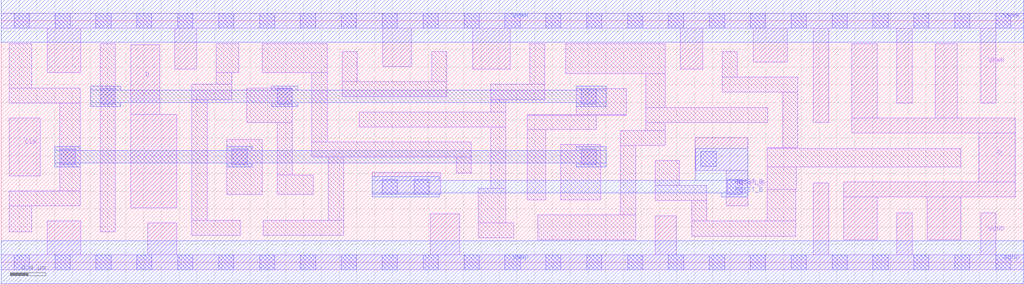
<source format=lef>
# Copyright 2020 The SkyWater PDK Authors
#
# Licensed under the Apache License, Version 2.0 (the "License");
# you may not use this file except in compliance with the License.
# You may obtain a copy of the License at
#
#     https://www.apache.org/licenses/LICENSE-2.0
#
# Unless required by applicable law or agreed to in writing, software
# distributed under the License is distributed on an "AS IS" BASIS,
# WITHOUT WARRANTIES OR CONDITIONS OF ANY KIND, either express or implied.
# See the License for the specific language governing permissions and
# limitations under the License.
#
# SPDX-License-Identifier: Apache-2.0

VERSION 5.7 ;
  NAMESCASESENSITIVE ON ;
  NOWIREEXTENSIONATPIN ON ;
  DIVIDERCHAR "/" ;
  BUSBITCHARS "[]" ;
UNITS
  DATABASE MICRONS 200 ;
END UNITS
PROPERTYDEFINITIONS
  MACRO maskLayoutSubType STRING ;
  MACRO prCellType STRING ;
  MACRO originalViewName STRING ;
END PROPERTYDEFINITIONS
MACRO sky130_fd_sc_hdll__dfrtp_4
  CLASS CORE ;
  FOREIGN sky130_fd_sc_hdll__dfrtp_4 ;
  ORIGIN  0.000000  0.000000 ;
  SIZE  11.50000 BY  2.720000 ;
  SYMMETRY X Y R90 ;
  SITE unithd ;
  PIN CLK
    ANTENNAGATEAREA  0.178200 ;
    DIRECTION INPUT ;
    USE SIGNAL ;
    PORT
      LAYER li1 ;
        RECT 0.090000 0.975000 0.440000 1.625000 ;
    END
  END CLK
  PIN D
    ANTENNAGATEAREA  0.138600 ;
    DIRECTION INPUT ;
    USE SIGNAL ;
    PORT
      LAYER li1 ;
        RECT 1.455000 0.615000 1.975000 1.665000 ;
        RECT 1.455000 1.665000 1.780000 2.450000 ;
    END
  END D
  PIN Q
    ANTENNADIFFAREA  0.996000 ;
    DIRECTION OUTPUT ;
    USE SIGNAL ;
    PORT
      LAYER li1 ;
        RECT  9.475000 0.255000  9.855000 0.735000 ;
        RECT  9.475000 0.735000 11.405000 0.905000 ;
        RECT  9.565000 1.455000 11.405000 1.625000 ;
        RECT  9.565000 1.625000  9.855000 2.465000 ;
        RECT 10.415000 0.255000 10.795000 0.735000 ;
        RECT 10.505000 1.625000 10.755000 2.465000 ;
        RECT 10.995000 0.905000 11.405000 1.455000 ;
    END
  END Q
  PIN RESET_B
    ANTENNAGATEAREA  0.277200 ;
    DIRECTION INPUT ;
    USE SIGNAL ;
    PORT
      LAYER li1 ;
        RECT 4.175000 0.765000 4.945000 1.015000 ;
        RECT 7.805000 1.035000 8.395000 1.405000 ;
        RECT 8.155000 0.635000 8.395000 1.035000 ;
      LAYER mcon ;
        RECT 4.285000 0.765000 4.455000 0.935000 ;
        RECT 4.645000 0.765000 4.815000 0.935000 ;
        RECT 7.870000 1.080000 8.040000 1.250000 ;
        RECT 8.165000 0.765000 8.335000 0.935000 ;
      LAYER met1 ;
        RECT 4.175000 0.735000 4.925000 0.780000 ;
        RECT 4.175000 0.780000 8.395000 0.920000 ;
        RECT 4.175000 0.920000 4.925000 0.965000 ;
        RECT 7.810000 0.920000 8.395000 1.280000 ;
        RECT 8.105000 0.735000 8.395000 0.780000 ;
    END
  END RESET_B
  PIN VGND
    ANTENNADIFFAREA  1.581500 ;
    DIRECTION INOUT ;
    USE SIGNAL ;
    PORT
      LAYER li1 ;
        RECT  0.000000 -0.085000 11.500000 0.085000 ;
        RECT  0.515000  0.085000  0.895000 0.465000 ;
        RECT  1.645000  0.085000  1.975000 0.445000 ;
        RECT  4.825000  0.085000  5.155000 0.545000 ;
        RECT  7.355000  0.085000  7.595000 0.525000 ;
        RECT  9.135000  0.085000  9.305000 0.895000 ;
        RECT 10.075000  0.085000 10.245000 0.555000 ;
        RECT 11.015000  0.085000 11.185000 0.555000 ;
      LAYER mcon ;
        RECT  0.145000 -0.085000  0.315000 0.085000 ;
        RECT  0.605000 -0.085000  0.775000 0.085000 ;
        RECT  1.065000 -0.085000  1.235000 0.085000 ;
        RECT  1.525000 -0.085000  1.695000 0.085000 ;
        RECT  1.985000 -0.085000  2.155000 0.085000 ;
        RECT  2.445000 -0.085000  2.615000 0.085000 ;
        RECT  2.905000 -0.085000  3.075000 0.085000 ;
        RECT  3.365000 -0.085000  3.535000 0.085000 ;
        RECT  3.825000 -0.085000  3.995000 0.085000 ;
        RECT  4.285000 -0.085000  4.455000 0.085000 ;
        RECT  4.745000 -0.085000  4.915000 0.085000 ;
        RECT  5.205000 -0.085000  5.375000 0.085000 ;
        RECT  5.665000 -0.085000  5.835000 0.085000 ;
        RECT  6.125000 -0.085000  6.295000 0.085000 ;
        RECT  6.585000 -0.085000  6.755000 0.085000 ;
        RECT  7.045000 -0.085000  7.215000 0.085000 ;
        RECT  7.505000 -0.085000  7.675000 0.085000 ;
        RECT  7.965000 -0.085000  8.135000 0.085000 ;
        RECT  8.425000 -0.085000  8.595000 0.085000 ;
        RECT  8.885000 -0.085000  9.055000 0.085000 ;
        RECT  9.345000 -0.085000  9.515000 0.085000 ;
        RECT  9.805000 -0.085000  9.975000 0.085000 ;
        RECT 10.265000 -0.085000 10.435000 0.085000 ;
        RECT 10.725000 -0.085000 10.895000 0.085000 ;
        RECT 11.185000 -0.085000 11.355000 0.085000 ;
      LAYER met1 ;
        RECT 0.000000 -0.240000 11.500000 0.240000 ;
    END
  END VGND
  PIN VPWR
    ANTENNADIFFAREA  1.881700 ;
    DIRECTION INOUT ;
    USE SIGNAL ;
    PORT
      LAYER li1 ;
        RECT  0.000000 2.635000 11.500000 2.805000 ;
        RECT  0.515000 2.135000  0.895000 2.635000 ;
        RECT  1.950000 2.175000  2.200000 2.635000 ;
        RECT  4.290000 2.205000  4.620000 2.635000 ;
        RECT  5.305000 2.175000  5.725000 2.635000 ;
        RECT  7.640000 2.175000  7.890000 2.635000 ;
        RECT  8.460000 2.255000  8.840000 2.635000 ;
        RECT  9.135000 1.575000  9.305000 2.635000 ;
        RECT 10.075000 1.795000 10.245000 2.635000 ;
        RECT 11.015000 1.795000 11.185000 2.635000 ;
      LAYER mcon ;
        RECT  0.145000 2.635000  0.315000 2.805000 ;
        RECT  0.605000 2.635000  0.775000 2.805000 ;
        RECT  1.065000 2.635000  1.235000 2.805000 ;
        RECT  1.525000 2.635000  1.695000 2.805000 ;
        RECT  1.985000 2.635000  2.155000 2.805000 ;
        RECT  2.445000 2.635000  2.615000 2.805000 ;
        RECT  2.905000 2.635000  3.075000 2.805000 ;
        RECT  3.365000 2.635000  3.535000 2.805000 ;
        RECT  3.825000 2.635000  3.995000 2.805000 ;
        RECT  4.285000 2.635000  4.455000 2.805000 ;
        RECT  4.745000 2.635000  4.915000 2.805000 ;
        RECT  5.205000 2.635000  5.375000 2.805000 ;
        RECT  5.665000 2.635000  5.835000 2.805000 ;
        RECT  6.125000 2.635000  6.295000 2.805000 ;
        RECT  6.585000 2.635000  6.755000 2.805000 ;
        RECT  7.045000 2.635000  7.215000 2.805000 ;
        RECT  7.505000 2.635000  7.675000 2.805000 ;
        RECT  7.965000 2.635000  8.135000 2.805000 ;
        RECT  8.425000 2.635000  8.595000 2.805000 ;
        RECT  8.885000 2.635000  9.055000 2.805000 ;
        RECT  9.345000 2.635000  9.515000 2.805000 ;
        RECT  9.805000 2.635000  9.975000 2.805000 ;
        RECT 10.265000 2.635000 10.435000 2.805000 ;
        RECT 10.725000 2.635000 10.895000 2.805000 ;
        RECT 11.185000 2.635000 11.355000 2.805000 ;
      LAYER met1 ;
        RECT 0.000000 2.480000 11.500000 2.960000 ;
    END
  END VPWR
  OBS
    LAYER li1 ;
      RECT 0.090000 0.345000  0.345000 0.635000 ;
      RECT 0.090000 0.635000  0.890000 0.805000 ;
      RECT 0.090000 1.795000  0.890000 1.965000 ;
      RECT 0.090000 1.965000  0.345000 2.465000 ;
      RECT 0.660000 0.805000  0.890000 1.795000 ;
      RECT 1.115000 0.345000  1.285000 2.465000 ;
      RECT 2.145000 0.305000  2.690000 0.475000 ;
      RECT 2.145000 0.475000  2.315000 1.835000 ;
      RECT 2.145000 1.835000  2.590000 2.005000 ;
      RECT 2.420000 2.005000  2.590000 2.135000 ;
      RECT 2.420000 2.135000  2.670000 2.465000 ;
      RECT 2.535000 0.765000  2.935000 1.385000 ;
      RECT 2.760000 1.575000  3.275000 1.965000 ;
      RECT 2.935000 2.135000  3.665000 2.465000 ;
      RECT 2.945000 0.305000  3.850000 0.475000 ;
      RECT 3.105000 0.765000  3.510000 0.985000 ;
      RECT 3.105000 0.985000  3.275000 1.575000 ;
      RECT 3.495000 1.185000  5.285000 1.355000 ;
      RECT 3.495000 1.355000  3.665000 2.135000 ;
      RECT 3.680000 0.475000  3.850000 1.185000 ;
      RECT 3.835000 1.865000  5.010000 2.035000 ;
      RECT 3.835000 2.035000  4.005000 2.375000 ;
      RECT 4.025000 1.525000  5.675000 1.695000 ;
      RECT 4.840000 2.035000  5.010000 2.375000 ;
      RECT 5.115000 1.005000  5.285000 1.185000 ;
      RECT 5.365000 0.275000  5.765000 0.445000 ;
      RECT 5.365000 0.445000  5.675000 0.835000 ;
      RECT 5.505000 0.835000  5.675000 1.525000 ;
      RECT 5.505000 1.695000  5.675000 1.835000 ;
      RECT 5.505000 1.835000  6.115000 2.005000 ;
      RECT 5.915000 0.705000  6.125000 1.495000 ;
      RECT 5.915000 1.495000  6.690000 1.655000 ;
      RECT 5.915000 1.655000  7.030000 1.665000 ;
      RECT 5.945000 2.005000  6.115000 2.465000 ;
      RECT 6.035000 0.255000  7.135000 0.535000 ;
      RECT 6.295000 0.705000  6.745000 1.325000 ;
      RECT 6.350000 2.125000  7.470000 2.465000 ;
      RECT 6.470000 1.665000  7.030000 1.955000 ;
      RECT 6.965000 0.535000  7.135000 1.315000 ;
      RECT 6.965000 1.315000  7.470000 1.485000 ;
      RECT 7.250000 1.485000  7.470000 1.575000 ;
      RECT 7.250000 1.575000  8.620000 1.745000 ;
      RECT 7.250000 1.745000  7.470000 2.125000 ;
      RECT 7.355000 0.695000  7.935000 0.865000 ;
      RECT 7.355000 0.865000  7.625000 1.145000 ;
      RECT 7.765000 0.295000  8.935000 0.465000 ;
      RECT 7.765000 0.465000  7.935000 0.695000 ;
      RECT 8.110000 1.915000  8.960000 2.085000 ;
      RECT 8.110000 2.085000  8.280000 2.375000 ;
      RECT 8.615000 0.465000  8.935000 0.820000 ;
      RECT 8.615000 0.820000  8.940000 1.075000 ;
      RECT 8.615000 1.075000 10.795000 1.285000 ;
      RECT 8.615000 1.285000  8.960000 1.295000 ;
      RECT 8.790000 1.295000  8.960000 1.915000 ;
    LAYER mcon ;
      RECT 0.660000 1.105000 0.830000 1.275000 ;
      RECT 1.115000 1.785000 1.285000 1.955000 ;
      RECT 2.595000 1.105000 2.765000 1.275000 ;
      RECT 3.105000 1.785000 3.275000 1.955000 ;
      RECT 6.525000 1.105000 6.695000 1.275000 ;
      RECT 6.525000 1.785000 6.695000 1.955000 ;
    LAYER met1 ;
      RECT 0.600000 1.075000 0.890000 1.120000 ;
      RECT 0.600000 1.120000 6.805000 1.260000 ;
      RECT 0.600000 1.260000 0.890000 1.305000 ;
      RECT 1.005000 1.755000 1.345000 1.800000 ;
      RECT 1.005000 1.800000 6.805000 1.940000 ;
      RECT 1.005000 1.940000 1.345000 1.985000 ;
      RECT 2.535000 1.075000 2.825000 1.120000 ;
      RECT 2.535000 1.260000 2.825000 1.305000 ;
      RECT 3.045000 1.755000 3.335000 1.800000 ;
      RECT 3.045000 1.940000 3.335000 1.985000 ;
      RECT 6.465000 1.075000 6.805000 1.120000 ;
      RECT 6.465000 1.260000 6.805000 1.305000 ;
      RECT 6.465000 1.755000 6.805000 1.800000 ;
      RECT 6.465000 1.940000 6.805000 1.985000 ;
  END
  PROPERTY maskLayoutSubType "abstract" ;
  PROPERTY prCellType "standard" ;
  PROPERTY originalViewName "layout" ;
END sky130_fd_sc_hdll__dfrtp_4

</source>
